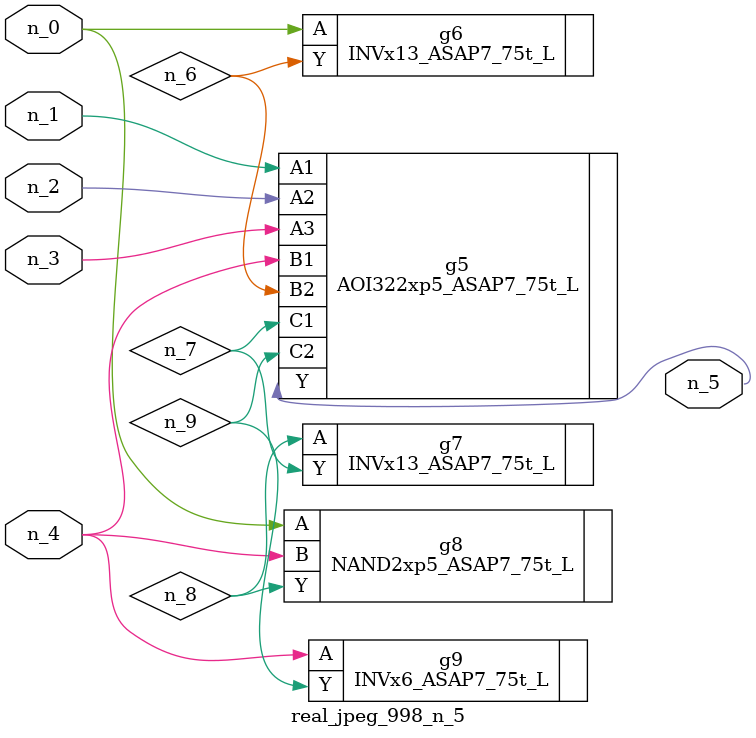
<source format=v>
module real_jpeg_998_n_5 (n_4, n_0, n_1, n_2, n_3, n_5);

input n_4;
input n_0;
input n_1;
input n_2;
input n_3;

output n_5;

wire n_8;
wire n_6;
wire n_7;
wire n_9;

INVx13_ASAP7_75t_L g6 ( 
.A(n_0),
.Y(n_6)
);

NAND2xp5_ASAP7_75t_L g8 ( 
.A(n_0),
.B(n_4),
.Y(n_8)
);

AOI322xp5_ASAP7_75t_L g5 ( 
.A1(n_1),
.A2(n_2),
.A3(n_3),
.B1(n_4),
.B2(n_6),
.C1(n_7),
.C2(n_9),
.Y(n_5)
);

INVx6_ASAP7_75t_L g9 ( 
.A(n_4),
.Y(n_9)
);

INVx13_ASAP7_75t_L g7 ( 
.A(n_8),
.Y(n_7)
);


endmodule
</source>
